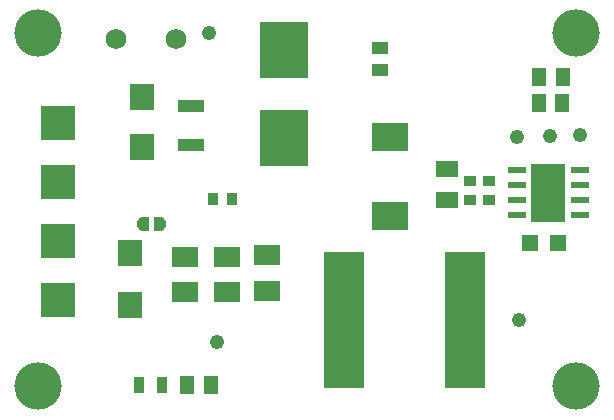
<source format=gts>
G04 DesignSpark PCB Gerber Version 12.0 Build 5942*
%FSLAX35Y35*%
%MOMM*%
%ADD126R,0.90200X1.40200*%
%ADD128R,0.94200X1.02200*%
%ADD112R,1.20200X1.52600*%
%ADD127R,2.15200X2.20200*%
%ADD119R,2.15200X2.30200*%
%ADD116R,2.95200X4.90200*%
%ADD114R,3.35200X11.60200*%
%ADD121R,4.15200X4.82800*%
%ADD110R,3.00200X3.00200*%
%ADD108C,0.80200*%
%ADD124C,1.24200*%
%ADD132C,1.25790*%
%ADD130C,1.26100*%
%ADD120C,1.75200*%
%AMT129*0 Bullet Pad at angle 90*4,1,31,0.50900,-0.63050,0.50900,0.63050,0.12150,0.63050,0.05090,0.62650,-0.01880,0.61470,-0.08670,0.59510,-0.15200,0.56800,-0.21390,0.53380,-0.27160,0.49290,-0.32430,0.44580,-0.37140,0.39310,-0.41230,0.33540,-0.44650,0.27350,-0.47350,0.20820,-0.49310,0.14030,-0.50490,0.07060,-0.50890,0.00001,-0.50490,-0.07060,-0.49310,-0.14030,-0.47350,-0.20820,-0.44650,-0.27350,-0.41230,-0.33540,-0.37140,-0.39310,-0.32430,-0.44580,-0.27160,-0.49290,-0.21390,-0.53380,-0.15200,-0.56800,-0.08670,-0.59500,-0.01880,-0.61460,0.05090,-0.62640,0.12150,-0.63050,0.50900,-0.63050,0*%
%ADD129T129*%
%ADD115R,1.55200X0.60200*%
%ADD123R,0.98200X0.92200*%
%ADD125R,1.42200X1.00200*%
%ADD118R,2.20200X1.10200*%
%ADD117R,1.47520X1.42440*%
%ADD122R,1.82200X1.44200*%
%ADD111R,2.25200X1.75200*%
%ADD109C,4.00200*%
%ADD113R,3.07200X2.33200*%
%AMT131*0 Bullet Pad at angle 270*4,1,31,-0.50900,0.62900,-0.50900,-0.62900,-0.12000,-0.62900,-0.04960,-0.62500,0.01990,-0.61320,0.08770,-0.59370,0.15290,-0.56670,0.21460,-0.53260,0.27210,-0.49180,0.32470,-0.44480,0.37170,-0.39220,0.41250,-0.33470,0.44660,-0.27300,0.47360,-0.20790,0.49310,-0.14010,0.50490,-0.07060,0.50890,-0.00020,0.50500,0.07020,0.49320,0.13970,0.47370,0.20750,0.44670,0.27270,0.41260,0.33440,0.37180,0.39190,0.32480,0.44450,0.27220,0.49150,0.21470,0.53230,0.15300,0.56640,0.08790,0.59340,0.02020,0.61290,-0.04930,0.62470,-0.12000,0.62900,-0.50900,0.62900,0*%
%ADD131T131*%
X0Y0D02*
D02*
D108*
X47701770Y45713280D03*
Y45863280D03*
Y46013280D03*
X47831770Y45713280D03*
Y45863280D03*
Y46013280D03*
D02*
D109*
X43450230Y44225000D03*
Y47215000D03*
X48000230Y44225000D03*
Y47215000D03*
D02*
D110*
X43619770Y44953280D03*
Y45453280D03*
X43620230Y45953280D03*
Y46453280D03*
D02*
D111*
X44689770Y45023280D03*
Y45323280D03*
X45049770Y45023280D03*
Y45323280D03*
X45389780Y45033280D03*
Y45333280D03*
D02*
D112*
X44708770Y44233280D03*
X44908770Y44232280D03*
X47688770Y46623280D03*
X47690770Y46844280D03*
X47888770Y46622280D03*
X47890770Y46843280D03*
D02*
D113*
X46429770Y45666780D03*
Y46339780D03*
D02*
D114*
X46034770Y44783280D03*
X47064770D03*
D02*
D115*
X47499770Y45672780D03*
Y45799780D03*
Y45926780D03*
Y46053780D03*
X48039770Y45672780D03*
Y45799780D03*
Y45926780D03*
Y46053780D03*
D02*
D116*
X47769770Y45863280D03*
D02*
D117*
X47610310Y45441060D03*
X47851310D03*
D02*
D118*
X44739770Y46268280D03*
Y46598280D03*
D02*
D119*
X44329770Y46248280D03*
Y46678280D03*
D02*
D120*
X44109770Y47163280D03*
X44617770D03*
D02*
D121*
X45529410Y46329770D03*
Y47076670D03*
D02*
D122*
X46909770Y45799680D03*
Y46066880D03*
D02*
D123*
X47109770Y45805780D03*
Y45960780D03*
X47269770Y45805780D03*
Y45960780D03*
D02*
D124*
X44899770Y47213280D03*
X44959770Y44603280D03*
X47501310Y46333280D03*
X47519770Y44783280D03*
X47779770Y46343280D03*
X48039770Y46353280D03*
D02*
D125*
X46339770Y46899780D03*
Y47086780D03*
D02*
D126*
X44305230Y44233280D03*
X44495230D03*
D02*
D127*
X44229770Y44913280D03*
Y45353280D03*
D02*
D128*
X44930770Y45813280D03*
X45088770D03*
D02*
D129*
X44334770Y45603280D03*
D02*
D131*
X44484770D03*
X0Y0D02*
M02*

</source>
